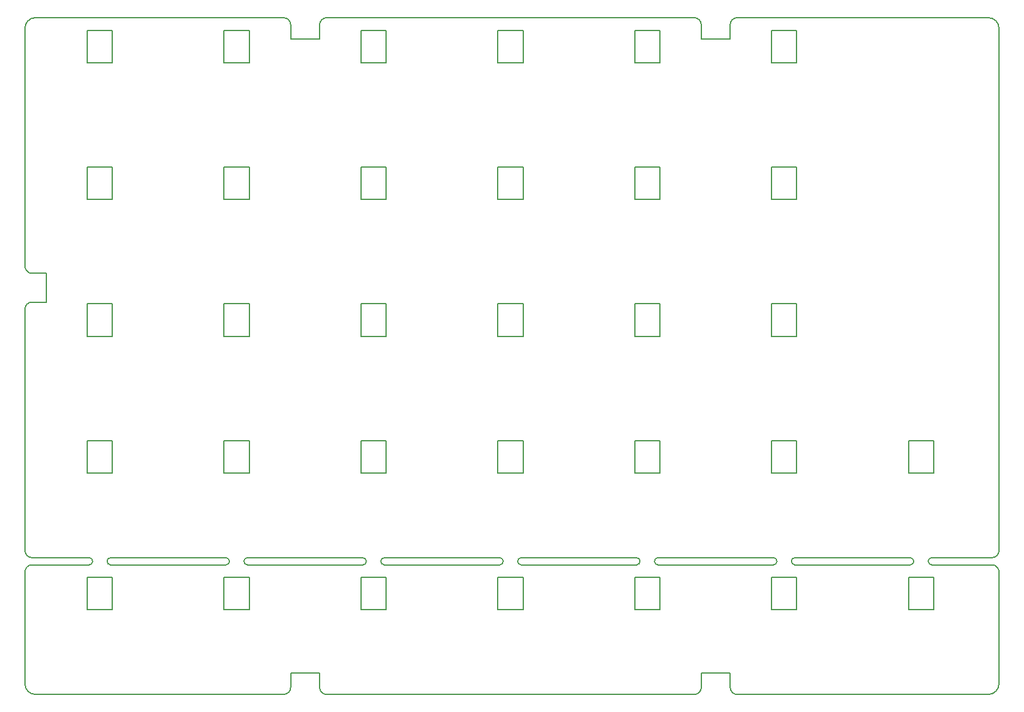
<source format=gbr>
G04 #@! TF.GenerationSoftware,KiCad,Pcbnew,(6.0.0)*
G04 #@! TF.CreationDate,2021-12-26T21:23:53+01:00*
G04 #@! TF.ProjectId,helixhschoc,68656c69-7868-4736-9368-6f632e6b6963,rev?*
G04 #@! TF.SameCoordinates,Original*
G04 #@! TF.FileFunction,Profile,NP*
%FSLAX46Y46*%
G04 Gerber Fmt 4.6, Leading zero omitted, Abs format (unit mm)*
G04 Created by KiCad (PCBNEW (6.0.0)) date 2021-12-26 21:23:53*
%MOMM*%
%LPD*%
G01*
G04 APERTURE LIST*
G04 #@! TA.AperFunction,Profile*
%ADD10C,0.150000*%
G04 #@! TD*
G04 APERTURE END LIST*
D10*
X78025765Y-123177836D02*
G75*
G03*
X77030580Y-124216160I-940J-995181D01*
G01*
X77029740Y-121177800D02*
X77029740Y-87677840D01*
X77029740Y-121177800D02*
G75*
G03*
X78029740Y-122177800I999999J-1D01*
G01*
X77029740Y-137195140D02*
X77030580Y-124216160D01*
X212262020Y-139677540D02*
X212262720Y-124190760D01*
X180929620Y-123177800D02*
G75*
G03*
X181429620Y-122677800I-1J500001D01*
G01*
X142929620Y-123177800D02*
X126929620Y-123177800D01*
X85929620Y-123177800D02*
X78029740Y-123177800D01*
X88929620Y-123177800D02*
X104929620Y-123177800D01*
X107929620Y-122177800D02*
X123929620Y-122177800D01*
X181429620Y-122677800D02*
G75*
G03*
X180929620Y-122177800I-500001J-1D01*
G01*
X88929620Y-122177800D02*
X104929620Y-122177800D01*
X180929620Y-123177800D02*
X164929620Y-123177800D01*
X200429620Y-122677800D02*
G75*
G03*
X199929620Y-122177800I-500001J-1D01*
G01*
X78029740Y-122177800D02*
X85929620Y-122177800D01*
X202929620Y-122177800D02*
G75*
G03*
X202429620Y-122677800I1J-500001D01*
G01*
X126929620Y-122177800D02*
X142929620Y-122177800D01*
X202429620Y-122677800D02*
G75*
G03*
X202929620Y-123177800I500001J1D01*
G01*
X199929620Y-123177800D02*
X183929620Y-123177800D01*
X199929620Y-123177800D02*
G75*
G03*
X200429620Y-122677800I-1J500001D01*
G01*
X161929620Y-123177800D02*
X145929620Y-123177800D01*
X126429620Y-122677800D02*
G75*
G03*
X126929620Y-123177800I500001J1D01*
G01*
X202929620Y-122177800D02*
X211262020Y-122177800D01*
X211262020Y-123177800D02*
X202929620Y-123177800D01*
X164929620Y-122177800D02*
X180929620Y-122177800D01*
X142929620Y-123177800D02*
G75*
G03*
X143429620Y-122677800I-1J500001D01*
G01*
X145929620Y-122177800D02*
X161929620Y-122177800D01*
X123929620Y-123177800D02*
X107929620Y-123177800D01*
X77029740Y-59013940D02*
X77029710Y-48649865D01*
X212262020Y-48677540D02*
G75*
G03*
X210762020Y-47177540I-1500001J-1D01*
G01*
X183929620Y-122177800D02*
X199929620Y-122177800D01*
X210762020Y-141177540D02*
G75*
G03*
X212262020Y-139677540I-1J1500001D01*
G01*
X175930540Y-47177540D02*
X210762020Y-47177540D01*
X77029740Y-59013940D02*
X77029740Y-81683440D01*
X112930540Y-141177540D02*
X78529740Y-141184340D01*
X175930540Y-47177540D02*
G75*
G03*
X174930540Y-48177540I-1J-999999D01*
G01*
X170930540Y-48177540D02*
X170930540Y-50177540D01*
X170930540Y-48177540D02*
G75*
G03*
X169930540Y-47177540I-999999J1D01*
G01*
X117930540Y-50177540D02*
X117930540Y-48177540D01*
X80029740Y-86677840D02*
X78029740Y-86677840D01*
X77029740Y-137195140D02*
X77029740Y-139684340D01*
X170930540Y-140177540D02*
X170930540Y-138177540D01*
X118930540Y-47177540D02*
G75*
G03*
X117930540Y-48177540I-1J-999999D01*
G01*
X118930540Y-47177540D02*
X169930540Y-47177540D01*
X169930540Y-141177540D02*
G75*
G03*
X170930540Y-140177540I1J999999D01*
G01*
X113930540Y-138177540D02*
X113930540Y-140177540D01*
X175930540Y-141177540D02*
X210762020Y-141177540D01*
X174930540Y-138177540D02*
X174930540Y-140177540D01*
X78029740Y-82683440D02*
X80029740Y-82683440D01*
X117930540Y-140177540D02*
G75*
G03*
X118930540Y-141177540I999999J-1D01*
G01*
X117930540Y-138177540D02*
X117930540Y-140177540D01*
X78029740Y-86677840D02*
G75*
G03*
X77029740Y-87677840I-1J-999999D01*
G01*
X77029740Y-81683440D02*
G75*
G03*
X78029740Y-82683440I999999J-1D01*
G01*
X174930540Y-140177540D02*
G75*
G03*
X175930540Y-141177540I999999J-1D01*
G01*
X118930540Y-141177540D02*
X169930540Y-141177540D01*
X112930540Y-141177540D02*
G75*
G03*
X113930540Y-140177540I1J999999D01*
G01*
X174930540Y-48177540D02*
X174930540Y-50177540D01*
X113930540Y-48177540D02*
G75*
G03*
X112930540Y-47177540I-999999J1D01*
G01*
X146180540Y-129427540D02*
X142680540Y-129427540D01*
X113930540Y-138177540D02*
X117930540Y-138177540D01*
X165180540Y-124927540D02*
X165180540Y-129427540D01*
X80029740Y-82683440D02*
X80029740Y-86677840D01*
X199680540Y-124927540D02*
X203180540Y-124927540D01*
X113930540Y-48177540D02*
X113930540Y-50177540D01*
X113930540Y-50177540D02*
X117930540Y-50177540D01*
X203180540Y-124927540D02*
X203180540Y-129427540D01*
X184180540Y-129427540D02*
X180680540Y-129427540D01*
X112930540Y-47177540D02*
X78452140Y-47177540D01*
X161680540Y-124927540D02*
X165180540Y-124927540D01*
X142680540Y-129427540D02*
X142680540Y-124927540D01*
X170930540Y-138177540D02*
X174930540Y-138177540D01*
X180680540Y-129427540D02*
X180680540Y-124927540D01*
X180680540Y-124927540D02*
X184180540Y-124927540D01*
X203180540Y-129427540D02*
X199680540Y-129427540D01*
X184180540Y-124927540D02*
X184180540Y-129427540D01*
X170930540Y-50177540D02*
X174930540Y-50177540D01*
X199680540Y-129427540D02*
X199680540Y-124927540D01*
X161680540Y-129427540D02*
X161680540Y-124927540D01*
X165180540Y-129427540D02*
X161680540Y-129427540D01*
X146180540Y-124927540D02*
X146180540Y-129427540D01*
X89180540Y-129427540D02*
X85680540Y-129427540D01*
X104680540Y-105927540D02*
X108180540Y-105927540D01*
X85680540Y-110427540D02*
X85680540Y-105927540D01*
X127180540Y-124927540D02*
X127180540Y-129427540D01*
X85680540Y-124927540D02*
X89180540Y-124927540D01*
X127180540Y-129427540D02*
X123680540Y-129427540D01*
X89180540Y-124927540D02*
X89180540Y-129427540D01*
X89180540Y-110427540D02*
X85680540Y-110427540D01*
X85680540Y-105927540D02*
X89180540Y-105927540D01*
X108180540Y-129427540D02*
X104680540Y-129427540D01*
X108180540Y-124927540D02*
X108180540Y-129427540D01*
X123680540Y-110427540D02*
X123680540Y-105927540D01*
X142680540Y-124927540D02*
X146180540Y-124927540D01*
X123680540Y-124927540D02*
X127180540Y-124927540D01*
X89180540Y-105927540D02*
X89180540Y-110427540D01*
X108180540Y-110427540D02*
X104680540Y-110427540D01*
X108180540Y-105927540D02*
X108180540Y-110427540D01*
X127180540Y-110427540D02*
X123680540Y-110427540D01*
X104680540Y-110427540D02*
X104680540Y-105927540D01*
X123680540Y-129427540D02*
X123680540Y-124927540D01*
X104680540Y-129427540D02*
X104680540Y-124927540D01*
X85680540Y-129427540D02*
X85680540Y-124927540D01*
X104680540Y-124927540D02*
X108180540Y-124927540D01*
X165180540Y-105927540D02*
X165180540Y-110427540D01*
X203180540Y-105927540D02*
X203180540Y-110427540D01*
X184180540Y-105927540D02*
X184180540Y-110427540D01*
X199680540Y-110427540D02*
X199680540Y-105927540D01*
X123680540Y-105927540D02*
X127180540Y-105927540D01*
X180680540Y-105927540D02*
X184180540Y-105927540D01*
X203180540Y-110427540D02*
X199680540Y-110427540D01*
X180680540Y-110427540D02*
X180680540Y-105927540D01*
X161680540Y-105927540D02*
X165180540Y-105927540D01*
X180680540Y-91427540D02*
X180680540Y-86927540D01*
X184180540Y-110427540D02*
X180680540Y-110427540D01*
X184180540Y-86927540D02*
X184180540Y-91427540D01*
X180680540Y-86927540D02*
X184180540Y-86927540D01*
X161680540Y-110427540D02*
X161680540Y-105927540D01*
X199680540Y-105927540D02*
X203180540Y-105927540D01*
X184180540Y-91427540D02*
X180680540Y-91427540D01*
X161680540Y-91427540D02*
X161680540Y-86927540D01*
X146180540Y-110427540D02*
X142680540Y-110427540D01*
X146180540Y-105927540D02*
X146180540Y-110427540D01*
X127180540Y-105927540D02*
X127180540Y-110427540D01*
X142680540Y-110427540D02*
X142680540Y-105927540D01*
X142680540Y-105927540D02*
X146180540Y-105927540D01*
X165180540Y-110427540D02*
X161680540Y-110427540D01*
X89180540Y-91427540D02*
X85680540Y-91427540D01*
X85680540Y-91427540D02*
X85680540Y-86927540D01*
X89180540Y-86927540D02*
X89180540Y-91427540D01*
X142680540Y-86927540D02*
X146180540Y-86927540D01*
X142680540Y-91427540D02*
X142680540Y-86927540D01*
X127180540Y-91427540D02*
X123680540Y-91427540D01*
X127180540Y-86927540D02*
X127180540Y-91427540D01*
X104680540Y-86927540D02*
X108180540Y-86927540D01*
X123680540Y-86927540D02*
X127180540Y-86927540D01*
X85680540Y-86927540D02*
X89180540Y-86927540D01*
X161680540Y-86927540D02*
X165180540Y-86927540D01*
X85680540Y-72427540D02*
X85680540Y-67927540D01*
X89180540Y-72427540D02*
X85680540Y-72427540D01*
X89180540Y-67927540D02*
X89180540Y-72427540D01*
X85680540Y-67927540D02*
X89180540Y-67927540D01*
X123680540Y-91427540D02*
X123680540Y-86927540D01*
X104680540Y-91427540D02*
X104680540Y-86927540D01*
X146180540Y-91427540D02*
X142680540Y-91427540D01*
X108180540Y-86927540D02*
X108180540Y-91427540D01*
X165180540Y-91427540D02*
X161680540Y-91427540D01*
X108180540Y-91427540D02*
X104680540Y-91427540D01*
X165180540Y-86927540D02*
X165180540Y-91427540D01*
X146180540Y-86927540D02*
X146180540Y-91427540D01*
X124429620Y-122677800D02*
G75*
G03*
X123929620Y-122177800I-500001J-1D01*
G01*
X212262720Y-124190760D02*
G75*
G03*
X211262020Y-123177016I-1000701J12959D01*
G01*
X212262020Y-48677540D02*
X212262542Y-121132608D01*
X145929620Y-122177800D02*
G75*
G03*
X145429620Y-122677800I1J-500001D01*
G01*
X162429620Y-122677800D02*
G75*
G03*
X161929620Y-122177800I-500001J-1D01*
G01*
X86429620Y-122677800D02*
G75*
G03*
X85929620Y-122177800I-500001J-1D01*
G01*
X107429620Y-122677800D02*
G75*
G03*
X107929620Y-123177800I500001J1D01*
G01*
X183929620Y-122177800D02*
G75*
G03*
X183429620Y-122677800I1J-500001D01*
G01*
X123929620Y-123177800D02*
G75*
G03*
X124429620Y-122677800I-1J500001D01*
G01*
X143429620Y-122677800D02*
G75*
G03*
X142929620Y-122177800I-500001J-1D01*
G01*
X104929620Y-123177800D02*
G75*
G03*
X105429620Y-122677800I-1J500001D01*
G01*
X88429620Y-122677800D02*
G75*
G03*
X88929620Y-123177800I500001J1D01*
G01*
X88929620Y-122177800D02*
G75*
G03*
X88429620Y-122677800I1J-500001D01*
G01*
X161929620Y-123177800D02*
G75*
G03*
X162429620Y-122677800I-1J500001D01*
G01*
X164929620Y-122177800D02*
G75*
G03*
X164429620Y-122677800I1J-500001D01*
G01*
X126929620Y-122177800D02*
G75*
G03*
X126429620Y-122677800I1J-500001D01*
G01*
X85929620Y-123177800D02*
G75*
G03*
X86429620Y-122677800I-1J500001D01*
G01*
X164429620Y-122677800D02*
G75*
G03*
X164929620Y-123177800I500001J1D01*
G01*
X183429620Y-122677800D02*
G75*
G03*
X183929620Y-123177800I500001J1D01*
G01*
X211262020Y-122177800D02*
G75*
G03*
X212262542Y-121132608I-1J1001478D01*
G01*
X105429620Y-122677800D02*
G75*
G03*
X104929620Y-122177800I-500001J-1D01*
G01*
X107929620Y-122177800D02*
G75*
G03*
X107429620Y-122677800I1J-500001D01*
G01*
X145429620Y-122677800D02*
G75*
G03*
X145929620Y-123177800I500001J1D01*
G01*
X161680540Y-67927540D02*
X165180540Y-67927540D01*
X127180540Y-48927540D02*
X127180540Y-53427540D01*
X108180540Y-53427540D02*
X104680540Y-53427540D01*
X104680540Y-53427540D02*
X104680540Y-48927540D01*
X104680540Y-48927540D02*
X108180540Y-48927540D01*
X89180540Y-48927540D02*
X89180540Y-53427540D01*
X108180540Y-48927540D02*
X108180540Y-53427540D01*
X85680540Y-48927540D02*
X89180540Y-48927540D01*
X78452140Y-47177540D02*
G75*
G03*
X77029710Y-48649865I50725J-1472281D01*
G01*
X184180540Y-67927540D02*
X184180540Y-72427540D01*
X77029740Y-139684340D02*
G75*
G03*
X78529740Y-141184340I1500001J1D01*
G01*
X89180540Y-53427540D02*
X85680540Y-53427540D01*
X146180540Y-67927540D02*
X146180540Y-72427540D01*
X104680540Y-72427540D02*
X104680540Y-67927540D01*
X165180540Y-72427540D02*
X161680540Y-72427540D01*
X123680540Y-48927540D02*
X127180540Y-48927540D01*
X104680540Y-67927540D02*
X108180540Y-67927540D01*
X142680540Y-72427540D02*
X142680540Y-67927540D01*
X146180540Y-72427540D02*
X142680540Y-72427540D01*
X127180540Y-67927540D02*
X127180540Y-72427540D01*
X184180540Y-53427540D02*
X180680540Y-53427540D01*
X85680540Y-53427540D02*
X85680540Y-48927540D01*
X184180540Y-72427540D02*
X180680540Y-72427540D01*
X180680540Y-67927540D02*
X184180540Y-67927540D01*
X142680540Y-67927540D02*
X146180540Y-67927540D01*
X184180540Y-48927540D02*
X184180540Y-53427540D01*
X127180540Y-53427540D02*
X123680540Y-53427540D01*
X161680540Y-72427540D02*
X161680540Y-67927540D01*
X165180540Y-53427540D02*
X161680540Y-53427540D01*
X142680540Y-53427540D02*
X142680540Y-48927540D01*
X123680540Y-67927540D02*
X127180540Y-67927540D01*
X180680540Y-72427540D02*
X180680540Y-67927540D01*
X161680540Y-53427540D02*
X161680540Y-48927540D01*
X165180540Y-48927540D02*
X165180540Y-53427540D01*
X108180540Y-72427540D02*
X104680540Y-72427540D01*
X127180540Y-72427540D02*
X123680540Y-72427540D01*
X161680540Y-48927540D02*
X165180540Y-48927540D01*
X146180540Y-48927540D02*
X146180540Y-53427540D01*
X180680540Y-53427540D02*
X180680540Y-48927540D01*
X123680540Y-72427540D02*
X123680540Y-67927540D01*
X165180540Y-67927540D02*
X165180540Y-72427540D01*
X180680540Y-48927540D02*
X184180540Y-48927540D01*
X142680540Y-48927540D02*
X146180540Y-48927540D01*
X146180540Y-53427540D02*
X142680540Y-53427540D01*
X108180540Y-67927540D02*
X108180540Y-72427540D01*
X123680540Y-53427540D02*
X123680540Y-48927540D01*
M02*

</source>
